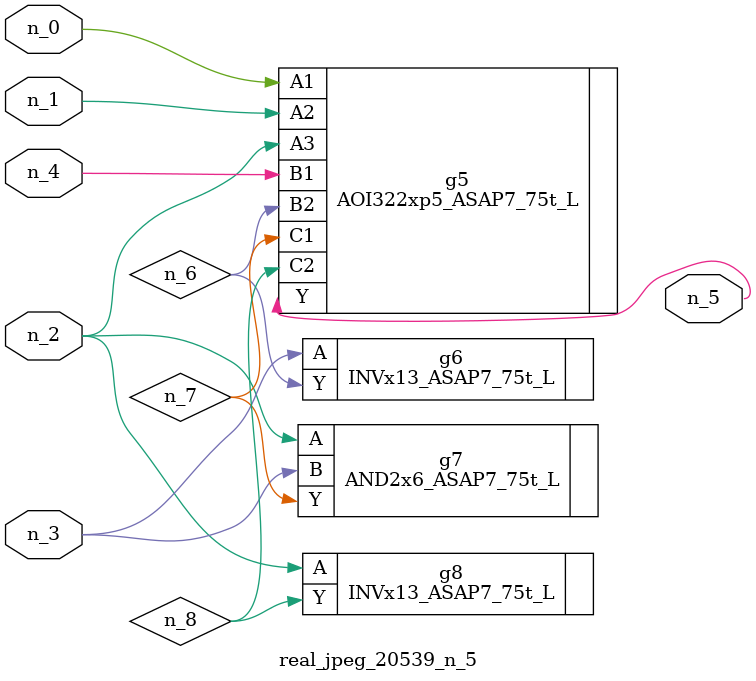
<source format=v>
module real_jpeg_20539_n_5 (n_4, n_0, n_1, n_2, n_3, n_5);

input n_4;
input n_0;
input n_1;
input n_2;
input n_3;

output n_5;

wire n_8;
wire n_6;
wire n_7;

AOI322xp5_ASAP7_75t_L g5 ( 
.A1(n_0),
.A2(n_1),
.A3(n_2),
.B1(n_4),
.B2(n_6),
.C1(n_7),
.C2(n_8),
.Y(n_5)
);

AND2x6_ASAP7_75t_L g7 ( 
.A(n_2),
.B(n_3),
.Y(n_7)
);

INVx13_ASAP7_75t_L g8 ( 
.A(n_2),
.Y(n_8)
);

INVx13_ASAP7_75t_L g6 ( 
.A(n_3),
.Y(n_6)
);


endmodule
</source>
